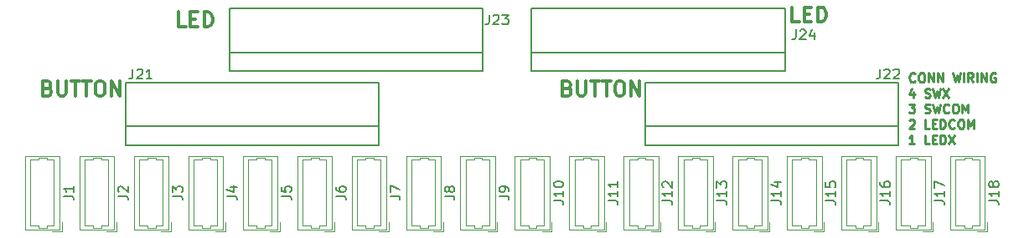
<source format=gto>
G04 #@! TF.FileFunction,Legend,Top*
%FSLAX46Y46*%
G04 Gerber Fmt 4.6, Leading zero omitted, Abs format (unit mm)*
G04 Created by KiCad (PCBNEW 4.0.7-e0-6372~58~ubuntu16.10.1) date Thu Feb  8 12:56:22 2018*
%MOMM*%
%LPD*%
G01*
G04 APERTURE LIST*
%ADD10C,0.100000*%
%ADD11C,0.225000*%
%ADD12C,0.300000*%
%ADD13C,0.120000*%
%ADD14C,0.150000*%
G04 APERTURE END LIST*
D10*
D11*
X91228571Y-8671429D02*
X91185714Y-8714286D01*
X91057143Y-8757143D01*
X90971429Y-8757143D01*
X90842857Y-8714286D01*
X90757143Y-8628571D01*
X90714286Y-8542857D01*
X90671429Y-8371429D01*
X90671429Y-8242857D01*
X90714286Y-8071429D01*
X90757143Y-7985714D01*
X90842857Y-7900000D01*
X90971429Y-7857143D01*
X91057143Y-7857143D01*
X91185714Y-7900000D01*
X91228571Y-7942857D01*
X91785714Y-7857143D02*
X91957143Y-7857143D01*
X92042857Y-7900000D01*
X92128571Y-7985714D01*
X92171429Y-8157143D01*
X92171429Y-8457143D01*
X92128571Y-8628571D01*
X92042857Y-8714286D01*
X91957143Y-8757143D01*
X91785714Y-8757143D01*
X91700000Y-8714286D01*
X91614286Y-8628571D01*
X91571429Y-8457143D01*
X91571429Y-8157143D01*
X91614286Y-7985714D01*
X91700000Y-7900000D01*
X91785714Y-7857143D01*
X92557143Y-8757143D02*
X92557143Y-7857143D01*
X93071428Y-8757143D01*
X93071428Y-7857143D01*
X93500000Y-8757143D02*
X93500000Y-7857143D01*
X94014285Y-8757143D01*
X94014285Y-7857143D01*
X95042856Y-7857143D02*
X95257142Y-8757143D01*
X95428571Y-8114286D01*
X95599999Y-8757143D01*
X95814285Y-7857143D01*
X96157142Y-8757143D02*
X96157142Y-7857143D01*
X97099998Y-8757143D02*
X96799998Y-8328571D01*
X96585713Y-8757143D02*
X96585713Y-7857143D01*
X96928570Y-7857143D01*
X97014284Y-7900000D01*
X97057141Y-7942857D01*
X97099998Y-8028571D01*
X97099998Y-8157143D01*
X97057141Y-8242857D01*
X97014284Y-8285714D01*
X96928570Y-8328571D01*
X96585713Y-8328571D01*
X97485713Y-8757143D02*
X97485713Y-7857143D01*
X97914284Y-8757143D02*
X97914284Y-7857143D01*
X98428569Y-8757143D01*
X98428569Y-7857143D01*
X99328569Y-7900000D02*
X99242855Y-7857143D01*
X99114284Y-7857143D01*
X98985712Y-7900000D01*
X98899998Y-7985714D01*
X98857141Y-8071429D01*
X98814284Y-8242857D01*
X98814284Y-8371429D01*
X98857141Y-8542857D01*
X98899998Y-8628571D01*
X98985712Y-8714286D01*
X99114284Y-8757143D01*
X99199998Y-8757143D01*
X99328569Y-8714286D01*
X99371426Y-8671429D01*
X99371426Y-8371429D01*
X99199998Y-8371429D01*
X91100000Y-9732143D02*
X91100000Y-10332143D01*
X90885714Y-9389286D02*
X90671429Y-10032143D01*
X91228571Y-10032143D01*
X92214286Y-10289286D02*
X92342857Y-10332143D01*
X92557143Y-10332143D01*
X92642857Y-10289286D01*
X92685714Y-10246429D01*
X92728571Y-10160714D01*
X92728571Y-10075000D01*
X92685714Y-9989286D01*
X92642857Y-9946429D01*
X92557143Y-9903571D01*
X92385714Y-9860714D01*
X92300000Y-9817857D01*
X92257143Y-9775000D01*
X92214286Y-9689286D01*
X92214286Y-9603571D01*
X92257143Y-9517857D01*
X92300000Y-9475000D01*
X92385714Y-9432143D01*
X92600000Y-9432143D01*
X92728571Y-9475000D01*
X93028571Y-9432143D02*
X93242857Y-10332143D01*
X93414286Y-9689286D01*
X93585714Y-10332143D01*
X93800000Y-9432143D01*
X94057142Y-9432143D02*
X94657142Y-10332143D01*
X94657142Y-9432143D02*
X94057142Y-10332143D01*
X90628571Y-11007143D02*
X91185714Y-11007143D01*
X90885714Y-11350000D01*
X91014286Y-11350000D01*
X91100000Y-11392857D01*
X91142857Y-11435714D01*
X91185714Y-11521429D01*
X91185714Y-11735714D01*
X91142857Y-11821429D01*
X91100000Y-11864286D01*
X91014286Y-11907143D01*
X90757143Y-11907143D01*
X90671429Y-11864286D01*
X90628571Y-11821429D01*
X92214286Y-11864286D02*
X92342857Y-11907143D01*
X92557143Y-11907143D01*
X92642857Y-11864286D01*
X92685714Y-11821429D01*
X92728571Y-11735714D01*
X92728571Y-11650000D01*
X92685714Y-11564286D01*
X92642857Y-11521429D01*
X92557143Y-11478571D01*
X92385714Y-11435714D01*
X92300000Y-11392857D01*
X92257143Y-11350000D01*
X92214286Y-11264286D01*
X92214286Y-11178571D01*
X92257143Y-11092857D01*
X92300000Y-11050000D01*
X92385714Y-11007143D01*
X92600000Y-11007143D01*
X92728571Y-11050000D01*
X93028571Y-11007143D02*
X93242857Y-11907143D01*
X93414286Y-11264286D01*
X93585714Y-11907143D01*
X93800000Y-11007143D01*
X94657142Y-11821429D02*
X94614285Y-11864286D01*
X94485714Y-11907143D01*
X94400000Y-11907143D01*
X94271428Y-11864286D01*
X94185714Y-11778571D01*
X94142857Y-11692857D01*
X94100000Y-11521429D01*
X94100000Y-11392857D01*
X94142857Y-11221429D01*
X94185714Y-11135714D01*
X94271428Y-11050000D01*
X94400000Y-11007143D01*
X94485714Y-11007143D01*
X94614285Y-11050000D01*
X94657142Y-11092857D01*
X95214285Y-11007143D02*
X95385714Y-11007143D01*
X95471428Y-11050000D01*
X95557142Y-11135714D01*
X95600000Y-11307143D01*
X95600000Y-11607143D01*
X95557142Y-11778571D01*
X95471428Y-11864286D01*
X95385714Y-11907143D01*
X95214285Y-11907143D01*
X95128571Y-11864286D01*
X95042857Y-11778571D01*
X95000000Y-11607143D01*
X95000000Y-11307143D01*
X95042857Y-11135714D01*
X95128571Y-11050000D01*
X95214285Y-11007143D01*
X95985714Y-11907143D02*
X95985714Y-11007143D01*
X96285714Y-11650000D01*
X96585714Y-11007143D01*
X96585714Y-11907143D01*
X90671429Y-12667857D02*
X90714286Y-12625000D01*
X90800000Y-12582143D01*
X91014286Y-12582143D01*
X91100000Y-12625000D01*
X91142857Y-12667857D01*
X91185714Y-12753571D01*
X91185714Y-12839286D01*
X91142857Y-12967857D01*
X90628571Y-13482143D01*
X91185714Y-13482143D01*
X92685714Y-13482143D02*
X92257143Y-13482143D01*
X92257143Y-12582143D01*
X92985714Y-13010714D02*
X93285714Y-13010714D01*
X93414285Y-13482143D02*
X92985714Y-13482143D01*
X92985714Y-12582143D01*
X93414285Y-12582143D01*
X93800000Y-13482143D02*
X93800000Y-12582143D01*
X94014285Y-12582143D01*
X94142857Y-12625000D01*
X94228571Y-12710714D01*
X94271428Y-12796429D01*
X94314285Y-12967857D01*
X94314285Y-13096429D01*
X94271428Y-13267857D01*
X94228571Y-13353571D01*
X94142857Y-13439286D01*
X94014285Y-13482143D01*
X93800000Y-13482143D01*
X95214285Y-13396429D02*
X95171428Y-13439286D01*
X95042857Y-13482143D01*
X94957143Y-13482143D01*
X94828571Y-13439286D01*
X94742857Y-13353571D01*
X94700000Y-13267857D01*
X94657143Y-13096429D01*
X94657143Y-12967857D01*
X94700000Y-12796429D01*
X94742857Y-12710714D01*
X94828571Y-12625000D01*
X94957143Y-12582143D01*
X95042857Y-12582143D01*
X95171428Y-12625000D01*
X95214285Y-12667857D01*
X95771428Y-12582143D02*
X95942857Y-12582143D01*
X96028571Y-12625000D01*
X96114285Y-12710714D01*
X96157143Y-12882143D01*
X96157143Y-13182143D01*
X96114285Y-13353571D01*
X96028571Y-13439286D01*
X95942857Y-13482143D01*
X95771428Y-13482143D01*
X95685714Y-13439286D01*
X95600000Y-13353571D01*
X95557143Y-13182143D01*
X95557143Y-12882143D01*
X95600000Y-12710714D01*
X95685714Y-12625000D01*
X95771428Y-12582143D01*
X96542857Y-13482143D02*
X96542857Y-12582143D01*
X96842857Y-13225000D01*
X97142857Y-12582143D01*
X97142857Y-13482143D01*
X91185714Y-15057143D02*
X90671429Y-15057143D01*
X90928571Y-15057143D02*
X90928571Y-14157143D01*
X90842857Y-14285714D01*
X90757143Y-14371429D01*
X90671429Y-14414286D01*
X92685714Y-15057143D02*
X92257143Y-15057143D01*
X92257143Y-14157143D01*
X92985714Y-14585714D02*
X93285714Y-14585714D01*
X93414285Y-15057143D02*
X92985714Y-15057143D01*
X92985714Y-14157143D01*
X93414285Y-14157143D01*
X93800000Y-15057143D02*
X93800000Y-14157143D01*
X94014285Y-14157143D01*
X94142857Y-14200000D01*
X94228571Y-14285714D01*
X94271428Y-14371429D01*
X94314285Y-14542857D01*
X94314285Y-14671429D01*
X94271428Y-14842857D01*
X94228571Y-14928571D01*
X94142857Y-15014286D01*
X94014285Y-15057143D01*
X93800000Y-15057143D01*
X94614285Y-14157143D02*
X95214285Y-15057143D01*
X95214285Y-14157143D02*
X94614285Y-15057143D01*
D12*
X3607143Y-9392857D02*
X3821429Y-9464286D01*
X3892857Y-9535714D01*
X3964286Y-9678571D01*
X3964286Y-9892857D01*
X3892857Y-10035714D01*
X3821429Y-10107143D01*
X3678571Y-10178571D01*
X3107143Y-10178571D01*
X3107143Y-8678571D01*
X3607143Y-8678571D01*
X3750000Y-8750000D01*
X3821429Y-8821429D01*
X3892857Y-8964286D01*
X3892857Y-9107143D01*
X3821429Y-9250000D01*
X3750000Y-9321429D01*
X3607143Y-9392857D01*
X3107143Y-9392857D01*
X4607143Y-8678571D02*
X4607143Y-9892857D01*
X4678571Y-10035714D01*
X4750000Y-10107143D01*
X4892857Y-10178571D01*
X5178571Y-10178571D01*
X5321429Y-10107143D01*
X5392857Y-10035714D01*
X5464286Y-9892857D01*
X5464286Y-8678571D01*
X5964286Y-8678571D02*
X6821429Y-8678571D01*
X6392858Y-10178571D02*
X6392858Y-8678571D01*
X7107143Y-8678571D02*
X7964286Y-8678571D01*
X7535715Y-10178571D02*
X7535715Y-8678571D01*
X8750000Y-8678571D02*
X9035714Y-8678571D01*
X9178572Y-8750000D01*
X9321429Y-8892857D01*
X9392857Y-9178571D01*
X9392857Y-9678571D01*
X9321429Y-9964286D01*
X9178572Y-10107143D01*
X9035714Y-10178571D01*
X8750000Y-10178571D01*
X8607143Y-10107143D01*
X8464286Y-9964286D01*
X8392857Y-9678571D01*
X8392857Y-9178571D01*
X8464286Y-8892857D01*
X8607143Y-8750000D01*
X8750000Y-8678571D01*
X10035715Y-10178571D02*
X10035715Y-8678571D01*
X10892858Y-10178571D01*
X10892858Y-8678571D01*
X56107143Y-9392857D02*
X56321429Y-9464286D01*
X56392857Y-9535714D01*
X56464286Y-9678571D01*
X56464286Y-9892857D01*
X56392857Y-10035714D01*
X56321429Y-10107143D01*
X56178571Y-10178571D01*
X55607143Y-10178571D01*
X55607143Y-8678571D01*
X56107143Y-8678571D01*
X56250000Y-8750000D01*
X56321429Y-8821429D01*
X56392857Y-8964286D01*
X56392857Y-9107143D01*
X56321429Y-9250000D01*
X56250000Y-9321429D01*
X56107143Y-9392857D01*
X55607143Y-9392857D01*
X57107143Y-8678571D02*
X57107143Y-9892857D01*
X57178571Y-10035714D01*
X57250000Y-10107143D01*
X57392857Y-10178571D01*
X57678571Y-10178571D01*
X57821429Y-10107143D01*
X57892857Y-10035714D01*
X57964286Y-9892857D01*
X57964286Y-8678571D01*
X58464286Y-8678571D02*
X59321429Y-8678571D01*
X58892858Y-10178571D02*
X58892858Y-8678571D01*
X59607143Y-8678571D02*
X60464286Y-8678571D01*
X60035715Y-10178571D02*
X60035715Y-8678571D01*
X61250000Y-8678571D02*
X61535714Y-8678571D01*
X61678572Y-8750000D01*
X61821429Y-8892857D01*
X61892857Y-9178571D01*
X61892857Y-9678571D01*
X61821429Y-9964286D01*
X61678572Y-10107143D01*
X61535714Y-10178571D01*
X61250000Y-10178571D01*
X61107143Y-10107143D01*
X60964286Y-9964286D01*
X60892857Y-9678571D01*
X60892857Y-9178571D01*
X60964286Y-8892857D01*
X61107143Y-8750000D01*
X61250000Y-8678571D01*
X62535715Y-10178571D02*
X62535715Y-8678571D01*
X63392858Y-10178571D01*
X63392858Y-8678571D01*
X79535715Y-2678571D02*
X78821429Y-2678571D01*
X78821429Y-1178571D01*
X80035715Y-1892857D02*
X80535715Y-1892857D01*
X80750001Y-2678571D02*
X80035715Y-2678571D01*
X80035715Y-1178571D01*
X80750001Y-1178571D01*
X81392858Y-2678571D02*
X81392858Y-1178571D01*
X81750001Y-1178571D01*
X81964286Y-1250000D01*
X82107144Y-1392857D01*
X82178572Y-1535714D01*
X82250001Y-1821429D01*
X82250001Y-2035714D01*
X82178572Y-2321429D01*
X82107144Y-2464286D01*
X81964286Y-2607143D01*
X81750001Y-2678571D01*
X81392858Y-2678571D01*
X17535715Y-3178571D02*
X16821429Y-3178571D01*
X16821429Y-1678571D01*
X18035715Y-2392857D02*
X18535715Y-2392857D01*
X18750001Y-3178571D02*
X18035715Y-3178571D01*
X18035715Y-1678571D01*
X18750001Y-1678571D01*
X19392858Y-3178571D02*
X19392858Y-1678571D01*
X19750001Y-1678571D01*
X19964286Y-1750000D01*
X20107144Y-1892857D01*
X20178572Y-2035714D01*
X20250001Y-2321429D01*
X20250001Y-2535714D01*
X20178572Y-2821429D01*
X20107144Y-2964286D01*
X19964286Y-3107143D01*
X19750001Y-3178571D01*
X19392858Y-3178571D01*
D13*
X1300000Y-23750000D02*
X4800000Y-23750000D01*
X4800000Y-23750000D02*
X4800000Y-16250000D01*
X4800000Y-16250000D02*
X1300000Y-16250000D01*
X1300000Y-16250000D02*
X1300000Y-23750000D01*
X4225000Y-16650000D02*
X4225000Y-23350000D01*
X4225000Y-23350000D02*
X3500000Y-23350000D01*
X3500000Y-23350000D02*
X3500000Y-23550000D01*
X2700000Y-23550000D02*
X3500000Y-23550000D01*
X2700000Y-23550000D02*
X2700000Y-23350000D01*
X2700000Y-23350000D02*
X1825000Y-23350000D01*
X1825000Y-23300000D02*
X1825000Y-16650000D01*
X4225000Y-16650000D02*
X3500000Y-16650000D01*
X3500000Y-16650000D02*
X3500000Y-16450000D01*
X3500000Y-16450000D02*
X2700000Y-16450000D01*
X2700000Y-16450000D02*
X2700000Y-16650000D01*
X2700000Y-16650000D02*
X1825000Y-16650000D01*
X5025000Y-23950000D02*
X4025000Y-23950000D01*
X5025000Y-22950000D02*
X5025000Y-23950000D01*
X6800000Y-23750000D02*
X10300000Y-23750000D01*
X10300000Y-23750000D02*
X10300000Y-16250000D01*
X10300000Y-16250000D02*
X6800000Y-16250000D01*
X6800000Y-16250000D02*
X6800000Y-23750000D01*
X9725000Y-16650000D02*
X9725000Y-23350000D01*
X9725000Y-23350000D02*
X9000000Y-23350000D01*
X9000000Y-23350000D02*
X9000000Y-23550000D01*
X8200000Y-23550000D02*
X9000000Y-23550000D01*
X8200000Y-23550000D02*
X8200000Y-23350000D01*
X8200000Y-23350000D02*
X7325000Y-23350000D01*
X7325000Y-23300000D02*
X7325000Y-16650000D01*
X9725000Y-16650000D02*
X9000000Y-16650000D01*
X9000000Y-16650000D02*
X9000000Y-16450000D01*
X9000000Y-16450000D02*
X8200000Y-16450000D01*
X8200000Y-16450000D02*
X8200000Y-16650000D01*
X8200000Y-16650000D02*
X7325000Y-16650000D01*
X10525000Y-23950000D02*
X9525000Y-23950000D01*
X10525000Y-22950000D02*
X10525000Y-23950000D01*
X12300000Y-23750000D02*
X15800000Y-23750000D01*
X15800000Y-23750000D02*
X15800000Y-16250000D01*
X15800000Y-16250000D02*
X12300000Y-16250000D01*
X12300000Y-16250000D02*
X12300000Y-23750000D01*
X15225000Y-16650000D02*
X15225000Y-23350000D01*
X15225000Y-23350000D02*
X14500000Y-23350000D01*
X14500000Y-23350000D02*
X14500000Y-23550000D01*
X13700000Y-23550000D02*
X14500000Y-23550000D01*
X13700000Y-23550000D02*
X13700000Y-23350000D01*
X13700000Y-23350000D02*
X12825000Y-23350000D01*
X12825000Y-23300000D02*
X12825000Y-16650000D01*
X15225000Y-16650000D02*
X14500000Y-16650000D01*
X14500000Y-16650000D02*
X14500000Y-16450000D01*
X14500000Y-16450000D02*
X13700000Y-16450000D01*
X13700000Y-16450000D02*
X13700000Y-16650000D01*
X13700000Y-16650000D02*
X12825000Y-16650000D01*
X16025000Y-23950000D02*
X15025000Y-23950000D01*
X16025000Y-22950000D02*
X16025000Y-23950000D01*
X17800000Y-23750000D02*
X21300000Y-23750000D01*
X21300000Y-23750000D02*
X21300000Y-16250000D01*
X21300000Y-16250000D02*
X17800000Y-16250000D01*
X17800000Y-16250000D02*
X17800000Y-23750000D01*
X20725000Y-16650000D02*
X20725000Y-23350000D01*
X20725000Y-23350000D02*
X20000000Y-23350000D01*
X20000000Y-23350000D02*
X20000000Y-23550000D01*
X19200000Y-23550000D02*
X20000000Y-23550000D01*
X19200000Y-23550000D02*
X19200000Y-23350000D01*
X19200000Y-23350000D02*
X18325000Y-23350000D01*
X18325000Y-23300000D02*
X18325000Y-16650000D01*
X20725000Y-16650000D02*
X20000000Y-16650000D01*
X20000000Y-16650000D02*
X20000000Y-16450000D01*
X20000000Y-16450000D02*
X19200000Y-16450000D01*
X19200000Y-16450000D02*
X19200000Y-16650000D01*
X19200000Y-16650000D02*
X18325000Y-16650000D01*
X21525000Y-23950000D02*
X20525000Y-23950000D01*
X21525000Y-22950000D02*
X21525000Y-23950000D01*
X23300000Y-23750000D02*
X26800000Y-23750000D01*
X26800000Y-23750000D02*
X26800000Y-16250000D01*
X26800000Y-16250000D02*
X23300000Y-16250000D01*
X23300000Y-16250000D02*
X23300000Y-23750000D01*
X26225000Y-16650000D02*
X26225000Y-23350000D01*
X26225000Y-23350000D02*
X25500000Y-23350000D01*
X25500000Y-23350000D02*
X25500000Y-23550000D01*
X24700000Y-23550000D02*
X25500000Y-23550000D01*
X24700000Y-23550000D02*
X24700000Y-23350000D01*
X24700000Y-23350000D02*
X23825000Y-23350000D01*
X23825000Y-23300000D02*
X23825000Y-16650000D01*
X26225000Y-16650000D02*
X25500000Y-16650000D01*
X25500000Y-16650000D02*
X25500000Y-16450000D01*
X25500000Y-16450000D02*
X24700000Y-16450000D01*
X24700000Y-16450000D02*
X24700000Y-16650000D01*
X24700000Y-16650000D02*
X23825000Y-16650000D01*
X27025000Y-23950000D02*
X26025000Y-23950000D01*
X27025000Y-22950000D02*
X27025000Y-23950000D01*
X28800000Y-23750000D02*
X32300000Y-23750000D01*
X32300000Y-23750000D02*
X32300000Y-16250000D01*
X32300000Y-16250000D02*
X28800000Y-16250000D01*
X28800000Y-16250000D02*
X28800000Y-23750000D01*
X31725000Y-16650000D02*
X31725000Y-23350000D01*
X31725000Y-23350000D02*
X31000000Y-23350000D01*
X31000000Y-23350000D02*
X31000000Y-23550000D01*
X30200000Y-23550000D02*
X31000000Y-23550000D01*
X30200000Y-23550000D02*
X30200000Y-23350000D01*
X30200000Y-23350000D02*
X29325000Y-23350000D01*
X29325000Y-23300000D02*
X29325000Y-16650000D01*
X31725000Y-16650000D02*
X31000000Y-16650000D01*
X31000000Y-16650000D02*
X31000000Y-16450000D01*
X31000000Y-16450000D02*
X30200000Y-16450000D01*
X30200000Y-16450000D02*
X30200000Y-16650000D01*
X30200000Y-16650000D02*
X29325000Y-16650000D01*
X32525000Y-23950000D02*
X31525000Y-23950000D01*
X32525000Y-22950000D02*
X32525000Y-23950000D01*
X34300000Y-23750000D02*
X37800000Y-23750000D01*
X37800000Y-23750000D02*
X37800000Y-16250000D01*
X37800000Y-16250000D02*
X34300000Y-16250000D01*
X34300000Y-16250000D02*
X34300000Y-23750000D01*
X37225000Y-16650000D02*
X37225000Y-23350000D01*
X37225000Y-23350000D02*
X36500000Y-23350000D01*
X36500000Y-23350000D02*
X36500000Y-23550000D01*
X35700000Y-23550000D02*
X36500000Y-23550000D01*
X35700000Y-23550000D02*
X35700000Y-23350000D01*
X35700000Y-23350000D02*
X34825000Y-23350000D01*
X34825000Y-23300000D02*
X34825000Y-16650000D01*
X37225000Y-16650000D02*
X36500000Y-16650000D01*
X36500000Y-16650000D02*
X36500000Y-16450000D01*
X36500000Y-16450000D02*
X35700000Y-16450000D01*
X35700000Y-16450000D02*
X35700000Y-16650000D01*
X35700000Y-16650000D02*
X34825000Y-16650000D01*
X38025000Y-23950000D02*
X37025000Y-23950000D01*
X38025000Y-22950000D02*
X38025000Y-23950000D01*
X39800000Y-23750000D02*
X43300000Y-23750000D01*
X43300000Y-23750000D02*
X43300000Y-16250000D01*
X43300000Y-16250000D02*
X39800000Y-16250000D01*
X39800000Y-16250000D02*
X39800000Y-23750000D01*
X42725000Y-16650000D02*
X42725000Y-23350000D01*
X42725000Y-23350000D02*
X42000000Y-23350000D01*
X42000000Y-23350000D02*
X42000000Y-23550000D01*
X41200000Y-23550000D02*
X42000000Y-23550000D01*
X41200000Y-23550000D02*
X41200000Y-23350000D01*
X41200000Y-23350000D02*
X40325000Y-23350000D01*
X40325000Y-23300000D02*
X40325000Y-16650000D01*
X42725000Y-16650000D02*
X42000000Y-16650000D01*
X42000000Y-16650000D02*
X42000000Y-16450000D01*
X42000000Y-16450000D02*
X41200000Y-16450000D01*
X41200000Y-16450000D02*
X41200000Y-16650000D01*
X41200000Y-16650000D02*
X40325000Y-16650000D01*
X43525000Y-23950000D02*
X42525000Y-23950000D01*
X43525000Y-22950000D02*
X43525000Y-23950000D01*
X45300000Y-23750000D02*
X48800000Y-23750000D01*
X48800000Y-23750000D02*
X48800000Y-16250000D01*
X48800000Y-16250000D02*
X45300000Y-16250000D01*
X45300000Y-16250000D02*
X45300000Y-23750000D01*
X48225000Y-16650000D02*
X48225000Y-23350000D01*
X48225000Y-23350000D02*
X47500000Y-23350000D01*
X47500000Y-23350000D02*
X47500000Y-23550000D01*
X46700000Y-23550000D02*
X47500000Y-23550000D01*
X46700000Y-23550000D02*
X46700000Y-23350000D01*
X46700000Y-23350000D02*
X45825000Y-23350000D01*
X45825000Y-23300000D02*
X45825000Y-16650000D01*
X48225000Y-16650000D02*
X47500000Y-16650000D01*
X47500000Y-16650000D02*
X47500000Y-16450000D01*
X47500000Y-16450000D02*
X46700000Y-16450000D01*
X46700000Y-16450000D02*
X46700000Y-16650000D01*
X46700000Y-16650000D02*
X45825000Y-16650000D01*
X49025000Y-23950000D02*
X48025000Y-23950000D01*
X49025000Y-22950000D02*
X49025000Y-23950000D01*
X50800000Y-23750000D02*
X54300000Y-23750000D01*
X54300000Y-23750000D02*
X54300000Y-16250000D01*
X54300000Y-16250000D02*
X50800000Y-16250000D01*
X50800000Y-16250000D02*
X50800000Y-23750000D01*
X53725000Y-16650000D02*
X53725000Y-23350000D01*
X53725000Y-23350000D02*
X53000000Y-23350000D01*
X53000000Y-23350000D02*
X53000000Y-23550000D01*
X52200000Y-23550000D02*
X53000000Y-23550000D01*
X52200000Y-23550000D02*
X52200000Y-23350000D01*
X52200000Y-23350000D02*
X51325000Y-23350000D01*
X51325000Y-23300000D02*
X51325000Y-16650000D01*
X53725000Y-16650000D02*
X53000000Y-16650000D01*
X53000000Y-16650000D02*
X53000000Y-16450000D01*
X53000000Y-16450000D02*
X52200000Y-16450000D01*
X52200000Y-16450000D02*
X52200000Y-16650000D01*
X52200000Y-16650000D02*
X51325000Y-16650000D01*
X54525000Y-23950000D02*
X53525000Y-23950000D01*
X54525000Y-22950000D02*
X54525000Y-23950000D01*
X56300000Y-23750000D02*
X59800000Y-23750000D01*
X59800000Y-23750000D02*
X59800000Y-16250000D01*
X59800000Y-16250000D02*
X56300000Y-16250000D01*
X56300000Y-16250000D02*
X56300000Y-23750000D01*
X59225000Y-16650000D02*
X59225000Y-23350000D01*
X59225000Y-23350000D02*
X58500000Y-23350000D01*
X58500000Y-23350000D02*
X58500000Y-23550000D01*
X57700000Y-23550000D02*
X58500000Y-23550000D01*
X57700000Y-23550000D02*
X57700000Y-23350000D01*
X57700000Y-23350000D02*
X56825000Y-23350000D01*
X56825000Y-23300000D02*
X56825000Y-16650000D01*
X59225000Y-16650000D02*
X58500000Y-16650000D01*
X58500000Y-16650000D02*
X58500000Y-16450000D01*
X58500000Y-16450000D02*
X57700000Y-16450000D01*
X57700000Y-16450000D02*
X57700000Y-16650000D01*
X57700000Y-16650000D02*
X56825000Y-16650000D01*
X60025000Y-23950000D02*
X59025000Y-23950000D01*
X60025000Y-22950000D02*
X60025000Y-23950000D01*
X61800000Y-23750000D02*
X65300000Y-23750000D01*
X65300000Y-23750000D02*
X65300000Y-16250000D01*
X65300000Y-16250000D02*
X61800000Y-16250000D01*
X61800000Y-16250000D02*
X61800000Y-23750000D01*
X64725000Y-16650000D02*
X64725000Y-23350000D01*
X64725000Y-23350000D02*
X64000000Y-23350000D01*
X64000000Y-23350000D02*
X64000000Y-23550000D01*
X63200000Y-23550000D02*
X64000000Y-23550000D01*
X63200000Y-23550000D02*
X63200000Y-23350000D01*
X63200000Y-23350000D02*
X62325000Y-23350000D01*
X62325000Y-23300000D02*
X62325000Y-16650000D01*
X64725000Y-16650000D02*
X64000000Y-16650000D01*
X64000000Y-16650000D02*
X64000000Y-16450000D01*
X64000000Y-16450000D02*
X63200000Y-16450000D01*
X63200000Y-16450000D02*
X63200000Y-16650000D01*
X63200000Y-16650000D02*
X62325000Y-16650000D01*
X65525000Y-23950000D02*
X64525000Y-23950000D01*
X65525000Y-22950000D02*
X65525000Y-23950000D01*
X67300000Y-23750000D02*
X70800000Y-23750000D01*
X70800000Y-23750000D02*
X70800000Y-16250000D01*
X70800000Y-16250000D02*
X67300000Y-16250000D01*
X67300000Y-16250000D02*
X67300000Y-23750000D01*
X70225000Y-16650000D02*
X70225000Y-23350000D01*
X70225000Y-23350000D02*
X69500000Y-23350000D01*
X69500000Y-23350000D02*
X69500000Y-23550000D01*
X68700000Y-23550000D02*
X69500000Y-23550000D01*
X68700000Y-23550000D02*
X68700000Y-23350000D01*
X68700000Y-23350000D02*
X67825000Y-23350000D01*
X67825000Y-23300000D02*
X67825000Y-16650000D01*
X70225000Y-16650000D02*
X69500000Y-16650000D01*
X69500000Y-16650000D02*
X69500000Y-16450000D01*
X69500000Y-16450000D02*
X68700000Y-16450000D01*
X68700000Y-16450000D02*
X68700000Y-16650000D01*
X68700000Y-16650000D02*
X67825000Y-16650000D01*
X71025000Y-23950000D02*
X70025000Y-23950000D01*
X71025000Y-22950000D02*
X71025000Y-23950000D01*
X72800000Y-23750000D02*
X76300000Y-23750000D01*
X76300000Y-23750000D02*
X76300000Y-16250000D01*
X76300000Y-16250000D02*
X72800000Y-16250000D01*
X72800000Y-16250000D02*
X72800000Y-23750000D01*
X75725000Y-16650000D02*
X75725000Y-23350000D01*
X75725000Y-23350000D02*
X75000000Y-23350000D01*
X75000000Y-23350000D02*
X75000000Y-23550000D01*
X74200000Y-23550000D02*
X75000000Y-23550000D01*
X74200000Y-23550000D02*
X74200000Y-23350000D01*
X74200000Y-23350000D02*
X73325000Y-23350000D01*
X73325000Y-23300000D02*
X73325000Y-16650000D01*
X75725000Y-16650000D02*
X75000000Y-16650000D01*
X75000000Y-16650000D02*
X75000000Y-16450000D01*
X75000000Y-16450000D02*
X74200000Y-16450000D01*
X74200000Y-16450000D02*
X74200000Y-16650000D01*
X74200000Y-16650000D02*
X73325000Y-16650000D01*
X76525000Y-23950000D02*
X75525000Y-23950000D01*
X76525000Y-22950000D02*
X76525000Y-23950000D01*
X78300000Y-23750000D02*
X81800000Y-23750000D01*
X81800000Y-23750000D02*
X81800000Y-16250000D01*
X81800000Y-16250000D02*
X78300000Y-16250000D01*
X78300000Y-16250000D02*
X78300000Y-23750000D01*
X81225000Y-16650000D02*
X81225000Y-23350000D01*
X81225000Y-23350000D02*
X80500000Y-23350000D01*
X80500000Y-23350000D02*
X80500000Y-23550000D01*
X79700000Y-23550000D02*
X80500000Y-23550000D01*
X79700000Y-23550000D02*
X79700000Y-23350000D01*
X79700000Y-23350000D02*
X78825000Y-23350000D01*
X78825000Y-23300000D02*
X78825000Y-16650000D01*
X81225000Y-16650000D02*
X80500000Y-16650000D01*
X80500000Y-16650000D02*
X80500000Y-16450000D01*
X80500000Y-16450000D02*
X79700000Y-16450000D01*
X79700000Y-16450000D02*
X79700000Y-16650000D01*
X79700000Y-16650000D02*
X78825000Y-16650000D01*
X82025000Y-23950000D02*
X81025000Y-23950000D01*
X82025000Y-22950000D02*
X82025000Y-23950000D01*
X83800000Y-23750000D02*
X87300000Y-23750000D01*
X87300000Y-23750000D02*
X87300000Y-16250000D01*
X87300000Y-16250000D02*
X83800000Y-16250000D01*
X83800000Y-16250000D02*
X83800000Y-23750000D01*
X86725000Y-16650000D02*
X86725000Y-23350000D01*
X86725000Y-23350000D02*
X86000000Y-23350000D01*
X86000000Y-23350000D02*
X86000000Y-23550000D01*
X85200000Y-23550000D02*
X86000000Y-23550000D01*
X85200000Y-23550000D02*
X85200000Y-23350000D01*
X85200000Y-23350000D02*
X84325000Y-23350000D01*
X84325000Y-23300000D02*
X84325000Y-16650000D01*
X86725000Y-16650000D02*
X86000000Y-16650000D01*
X86000000Y-16650000D02*
X86000000Y-16450000D01*
X86000000Y-16450000D02*
X85200000Y-16450000D01*
X85200000Y-16450000D02*
X85200000Y-16650000D01*
X85200000Y-16650000D02*
X84325000Y-16650000D01*
X87525000Y-23950000D02*
X86525000Y-23950000D01*
X87525000Y-22950000D02*
X87525000Y-23950000D01*
D14*
X27040000Y-13270000D02*
X37073000Y-13270000D01*
X37073000Y-8825000D02*
X27040000Y-8825000D01*
X27040000Y-8825000D02*
X11450000Y-8825000D01*
X27040000Y-13270000D02*
X11450000Y-13270000D01*
X27040000Y-15175000D02*
X11450000Y-15175000D01*
X37073000Y-15175000D02*
X27040000Y-15175000D01*
X37073000Y-15175000D02*
X37073000Y-8825000D01*
X11450000Y-15175000D02*
X11450000Y-8825000D01*
X79540000Y-13270000D02*
X89573000Y-13270000D01*
X89573000Y-8825000D02*
X79540000Y-8825000D01*
X79540000Y-8825000D02*
X63950000Y-8825000D01*
X79540000Y-13270000D02*
X63950000Y-13270000D01*
X79540000Y-15175000D02*
X63950000Y-15175000D01*
X89573000Y-15175000D02*
X79540000Y-15175000D01*
X89573000Y-15175000D02*
X89573000Y-8825000D01*
X63950000Y-15175000D02*
X63950000Y-8825000D01*
X37540000Y-5770000D02*
X47573000Y-5770000D01*
X47573000Y-1325000D02*
X37540000Y-1325000D01*
X37540000Y-1325000D02*
X21950000Y-1325000D01*
X37540000Y-5770000D02*
X21950000Y-5770000D01*
X37540000Y-7675000D02*
X21950000Y-7675000D01*
X47573000Y-7675000D02*
X37540000Y-7675000D01*
X47573000Y-7675000D02*
X47573000Y-1325000D01*
X21950000Y-7675000D02*
X21950000Y-1325000D01*
X68040000Y-5770000D02*
X78073000Y-5770000D01*
X78073000Y-1325000D02*
X68040000Y-1325000D01*
X68040000Y-1325000D02*
X52450000Y-1325000D01*
X68040000Y-5770000D02*
X52450000Y-5770000D01*
X68040000Y-7675000D02*
X52450000Y-7675000D01*
X78073000Y-7675000D02*
X68040000Y-7675000D01*
X78073000Y-7675000D02*
X78073000Y-1325000D01*
X52450000Y-7675000D02*
X52450000Y-1325000D01*
D13*
X89300000Y-23750000D02*
X92800000Y-23750000D01*
X92800000Y-23750000D02*
X92800000Y-16250000D01*
X92800000Y-16250000D02*
X89300000Y-16250000D01*
X89300000Y-16250000D02*
X89300000Y-23750000D01*
X92225000Y-16650000D02*
X92225000Y-23350000D01*
X92225000Y-23350000D02*
X91500000Y-23350000D01*
X91500000Y-23350000D02*
X91500000Y-23550000D01*
X90700000Y-23550000D02*
X91500000Y-23550000D01*
X90700000Y-23550000D02*
X90700000Y-23350000D01*
X90700000Y-23350000D02*
X89825000Y-23350000D01*
X89825000Y-23300000D02*
X89825000Y-16650000D01*
X92225000Y-16650000D02*
X91500000Y-16650000D01*
X91500000Y-16650000D02*
X91500000Y-16450000D01*
X91500000Y-16450000D02*
X90700000Y-16450000D01*
X90700000Y-16450000D02*
X90700000Y-16650000D01*
X90700000Y-16650000D02*
X89825000Y-16650000D01*
X93025000Y-23950000D02*
X92025000Y-23950000D01*
X93025000Y-22950000D02*
X93025000Y-23950000D01*
X94800000Y-23750000D02*
X98300000Y-23750000D01*
X98300000Y-23750000D02*
X98300000Y-16250000D01*
X98300000Y-16250000D02*
X94800000Y-16250000D01*
X94800000Y-16250000D02*
X94800000Y-23750000D01*
X97725000Y-16650000D02*
X97725000Y-23350000D01*
X97725000Y-23350000D02*
X97000000Y-23350000D01*
X97000000Y-23350000D02*
X97000000Y-23550000D01*
X96200000Y-23550000D02*
X97000000Y-23550000D01*
X96200000Y-23550000D02*
X96200000Y-23350000D01*
X96200000Y-23350000D02*
X95325000Y-23350000D01*
X95325000Y-23300000D02*
X95325000Y-16650000D01*
X97725000Y-16650000D02*
X97000000Y-16650000D01*
X97000000Y-16650000D02*
X97000000Y-16450000D01*
X97000000Y-16450000D02*
X96200000Y-16450000D01*
X96200000Y-16450000D02*
X96200000Y-16650000D01*
X96200000Y-16650000D02*
X95325000Y-16650000D01*
X98525000Y-23950000D02*
X97525000Y-23950000D01*
X98525000Y-22950000D02*
X98525000Y-23950000D01*
D14*
X5202381Y-20333333D02*
X5916667Y-20333333D01*
X6059524Y-20380953D01*
X6154762Y-20476191D01*
X6202381Y-20619048D01*
X6202381Y-20714286D01*
X6202381Y-19333333D02*
X6202381Y-19904762D01*
X6202381Y-19619048D02*
X5202381Y-19619048D01*
X5345238Y-19714286D01*
X5440476Y-19809524D01*
X5488095Y-19904762D01*
X10702381Y-20333333D02*
X11416667Y-20333333D01*
X11559524Y-20380953D01*
X11654762Y-20476191D01*
X11702381Y-20619048D01*
X11702381Y-20714286D01*
X10797619Y-19904762D02*
X10750000Y-19857143D01*
X10702381Y-19761905D01*
X10702381Y-19523809D01*
X10750000Y-19428571D01*
X10797619Y-19380952D01*
X10892857Y-19333333D01*
X10988095Y-19333333D01*
X11130952Y-19380952D01*
X11702381Y-19952381D01*
X11702381Y-19333333D01*
X16202381Y-20333333D02*
X16916667Y-20333333D01*
X17059524Y-20380953D01*
X17154762Y-20476191D01*
X17202381Y-20619048D01*
X17202381Y-20714286D01*
X16202381Y-19952381D02*
X16202381Y-19333333D01*
X16583333Y-19666667D01*
X16583333Y-19523809D01*
X16630952Y-19428571D01*
X16678571Y-19380952D01*
X16773810Y-19333333D01*
X17011905Y-19333333D01*
X17107143Y-19380952D01*
X17154762Y-19428571D01*
X17202381Y-19523809D01*
X17202381Y-19809524D01*
X17154762Y-19904762D01*
X17107143Y-19952381D01*
X21702381Y-20333333D02*
X22416667Y-20333333D01*
X22559524Y-20380953D01*
X22654762Y-20476191D01*
X22702381Y-20619048D01*
X22702381Y-20714286D01*
X22035714Y-19428571D02*
X22702381Y-19428571D01*
X21654762Y-19666667D02*
X22369048Y-19904762D01*
X22369048Y-19285714D01*
X27202381Y-20333333D02*
X27916667Y-20333333D01*
X28059524Y-20380953D01*
X28154762Y-20476191D01*
X28202381Y-20619048D01*
X28202381Y-20714286D01*
X27202381Y-19380952D02*
X27202381Y-19857143D01*
X27678571Y-19904762D01*
X27630952Y-19857143D01*
X27583333Y-19761905D01*
X27583333Y-19523809D01*
X27630952Y-19428571D01*
X27678571Y-19380952D01*
X27773810Y-19333333D01*
X28011905Y-19333333D01*
X28107143Y-19380952D01*
X28154762Y-19428571D01*
X28202381Y-19523809D01*
X28202381Y-19761905D01*
X28154762Y-19857143D01*
X28107143Y-19904762D01*
X32702381Y-20333333D02*
X33416667Y-20333333D01*
X33559524Y-20380953D01*
X33654762Y-20476191D01*
X33702381Y-20619048D01*
X33702381Y-20714286D01*
X32702381Y-19428571D02*
X32702381Y-19619048D01*
X32750000Y-19714286D01*
X32797619Y-19761905D01*
X32940476Y-19857143D01*
X33130952Y-19904762D01*
X33511905Y-19904762D01*
X33607143Y-19857143D01*
X33654762Y-19809524D01*
X33702381Y-19714286D01*
X33702381Y-19523809D01*
X33654762Y-19428571D01*
X33607143Y-19380952D01*
X33511905Y-19333333D01*
X33273810Y-19333333D01*
X33178571Y-19380952D01*
X33130952Y-19428571D01*
X33083333Y-19523809D01*
X33083333Y-19714286D01*
X33130952Y-19809524D01*
X33178571Y-19857143D01*
X33273810Y-19904762D01*
X38202381Y-20333333D02*
X38916667Y-20333333D01*
X39059524Y-20380953D01*
X39154762Y-20476191D01*
X39202381Y-20619048D01*
X39202381Y-20714286D01*
X38202381Y-19952381D02*
X38202381Y-19285714D01*
X39202381Y-19714286D01*
X43702381Y-20333333D02*
X44416667Y-20333333D01*
X44559524Y-20380953D01*
X44654762Y-20476191D01*
X44702381Y-20619048D01*
X44702381Y-20714286D01*
X44130952Y-19714286D02*
X44083333Y-19809524D01*
X44035714Y-19857143D01*
X43940476Y-19904762D01*
X43892857Y-19904762D01*
X43797619Y-19857143D01*
X43750000Y-19809524D01*
X43702381Y-19714286D01*
X43702381Y-19523809D01*
X43750000Y-19428571D01*
X43797619Y-19380952D01*
X43892857Y-19333333D01*
X43940476Y-19333333D01*
X44035714Y-19380952D01*
X44083333Y-19428571D01*
X44130952Y-19523809D01*
X44130952Y-19714286D01*
X44178571Y-19809524D01*
X44226190Y-19857143D01*
X44321429Y-19904762D01*
X44511905Y-19904762D01*
X44607143Y-19857143D01*
X44654762Y-19809524D01*
X44702381Y-19714286D01*
X44702381Y-19523809D01*
X44654762Y-19428571D01*
X44607143Y-19380952D01*
X44511905Y-19333333D01*
X44321429Y-19333333D01*
X44226190Y-19380952D01*
X44178571Y-19428571D01*
X44130952Y-19523809D01*
X49202381Y-20333333D02*
X49916667Y-20333333D01*
X50059524Y-20380953D01*
X50154762Y-20476191D01*
X50202381Y-20619048D01*
X50202381Y-20714286D01*
X50202381Y-19809524D02*
X50202381Y-19619048D01*
X50154762Y-19523809D01*
X50107143Y-19476190D01*
X49964286Y-19380952D01*
X49773810Y-19333333D01*
X49392857Y-19333333D01*
X49297619Y-19380952D01*
X49250000Y-19428571D01*
X49202381Y-19523809D01*
X49202381Y-19714286D01*
X49250000Y-19809524D01*
X49297619Y-19857143D01*
X49392857Y-19904762D01*
X49630952Y-19904762D01*
X49726190Y-19857143D01*
X49773810Y-19809524D01*
X49821429Y-19714286D01*
X49821429Y-19523809D01*
X49773810Y-19428571D01*
X49726190Y-19380952D01*
X49630952Y-19333333D01*
X54702381Y-20809523D02*
X55416667Y-20809523D01*
X55559524Y-20857143D01*
X55654762Y-20952381D01*
X55702381Y-21095238D01*
X55702381Y-21190476D01*
X55702381Y-19809523D02*
X55702381Y-20380952D01*
X55702381Y-20095238D02*
X54702381Y-20095238D01*
X54845238Y-20190476D01*
X54940476Y-20285714D01*
X54988095Y-20380952D01*
X54702381Y-19190476D02*
X54702381Y-19095237D01*
X54750000Y-18999999D01*
X54797619Y-18952380D01*
X54892857Y-18904761D01*
X55083333Y-18857142D01*
X55321429Y-18857142D01*
X55511905Y-18904761D01*
X55607143Y-18952380D01*
X55654762Y-18999999D01*
X55702381Y-19095237D01*
X55702381Y-19190476D01*
X55654762Y-19285714D01*
X55607143Y-19333333D01*
X55511905Y-19380952D01*
X55321429Y-19428571D01*
X55083333Y-19428571D01*
X54892857Y-19380952D01*
X54797619Y-19333333D01*
X54750000Y-19285714D01*
X54702381Y-19190476D01*
X60202381Y-20809523D02*
X60916667Y-20809523D01*
X61059524Y-20857143D01*
X61154762Y-20952381D01*
X61202381Y-21095238D01*
X61202381Y-21190476D01*
X61202381Y-19809523D02*
X61202381Y-20380952D01*
X61202381Y-20095238D02*
X60202381Y-20095238D01*
X60345238Y-20190476D01*
X60440476Y-20285714D01*
X60488095Y-20380952D01*
X61202381Y-18857142D02*
X61202381Y-19428571D01*
X61202381Y-19142857D02*
X60202381Y-19142857D01*
X60345238Y-19238095D01*
X60440476Y-19333333D01*
X60488095Y-19428571D01*
X65702381Y-20809523D02*
X66416667Y-20809523D01*
X66559524Y-20857143D01*
X66654762Y-20952381D01*
X66702381Y-21095238D01*
X66702381Y-21190476D01*
X66702381Y-19809523D02*
X66702381Y-20380952D01*
X66702381Y-20095238D02*
X65702381Y-20095238D01*
X65845238Y-20190476D01*
X65940476Y-20285714D01*
X65988095Y-20380952D01*
X65797619Y-19428571D02*
X65750000Y-19380952D01*
X65702381Y-19285714D01*
X65702381Y-19047618D01*
X65750000Y-18952380D01*
X65797619Y-18904761D01*
X65892857Y-18857142D01*
X65988095Y-18857142D01*
X66130952Y-18904761D01*
X66702381Y-19476190D01*
X66702381Y-18857142D01*
X71202381Y-20809523D02*
X71916667Y-20809523D01*
X72059524Y-20857143D01*
X72154762Y-20952381D01*
X72202381Y-21095238D01*
X72202381Y-21190476D01*
X72202381Y-19809523D02*
X72202381Y-20380952D01*
X72202381Y-20095238D02*
X71202381Y-20095238D01*
X71345238Y-20190476D01*
X71440476Y-20285714D01*
X71488095Y-20380952D01*
X71202381Y-19476190D02*
X71202381Y-18857142D01*
X71583333Y-19190476D01*
X71583333Y-19047618D01*
X71630952Y-18952380D01*
X71678571Y-18904761D01*
X71773810Y-18857142D01*
X72011905Y-18857142D01*
X72107143Y-18904761D01*
X72154762Y-18952380D01*
X72202381Y-19047618D01*
X72202381Y-19333333D01*
X72154762Y-19428571D01*
X72107143Y-19476190D01*
X76702381Y-20809523D02*
X77416667Y-20809523D01*
X77559524Y-20857143D01*
X77654762Y-20952381D01*
X77702381Y-21095238D01*
X77702381Y-21190476D01*
X77702381Y-19809523D02*
X77702381Y-20380952D01*
X77702381Y-20095238D02*
X76702381Y-20095238D01*
X76845238Y-20190476D01*
X76940476Y-20285714D01*
X76988095Y-20380952D01*
X77035714Y-18952380D02*
X77702381Y-18952380D01*
X76654762Y-19190476D02*
X77369048Y-19428571D01*
X77369048Y-18809523D01*
X82202381Y-20809523D02*
X82916667Y-20809523D01*
X83059524Y-20857143D01*
X83154762Y-20952381D01*
X83202381Y-21095238D01*
X83202381Y-21190476D01*
X83202381Y-19809523D02*
X83202381Y-20380952D01*
X83202381Y-20095238D02*
X82202381Y-20095238D01*
X82345238Y-20190476D01*
X82440476Y-20285714D01*
X82488095Y-20380952D01*
X82202381Y-18904761D02*
X82202381Y-19380952D01*
X82678571Y-19428571D01*
X82630952Y-19380952D01*
X82583333Y-19285714D01*
X82583333Y-19047618D01*
X82630952Y-18952380D01*
X82678571Y-18904761D01*
X82773810Y-18857142D01*
X83011905Y-18857142D01*
X83107143Y-18904761D01*
X83154762Y-18952380D01*
X83202381Y-19047618D01*
X83202381Y-19285714D01*
X83154762Y-19380952D01*
X83107143Y-19428571D01*
X87702381Y-20809523D02*
X88416667Y-20809523D01*
X88559524Y-20857143D01*
X88654762Y-20952381D01*
X88702381Y-21095238D01*
X88702381Y-21190476D01*
X88702381Y-19809523D02*
X88702381Y-20380952D01*
X88702381Y-20095238D02*
X87702381Y-20095238D01*
X87845238Y-20190476D01*
X87940476Y-20285714D01*
X87988095Y-20380952D01*
X87702381Y-18952380D02*
X87702381Y-19142857D01*
X87750000Y-19238095D01*
X87797619Y-19285714D01*
X87940476Y-19380952D01*
X88130952Y-19428571D01*
X88511905Y-19428571D01*
X88607143Y-19380952D01*
X88654762Y-19333333D01*
X88702381Y-19238095D01*
X88702381Y-19047618D01*
X88654762Y-18952380D01*
X88607143Y-18904761D01*
X88511905Y-18857142D01*
X88273810Y-18857142D01*
X88178571Y-18904761D01*
X88130952Y-18952380D01*
X88083333Y-19047618D01*
X88083333Y-19238095D01*
X88130952Y-19333333D01*
X88178571Y-19380952D01*
X88273810Y-19428571D01*
X12190477Y-7452381D02*
X12190477Y-8166667D01*
X12142857Y-8309524D01*
X12047619Y-8404762D01*
X11904762Y-8452381D01*
X11809524Y-8452381D01*
X12619048Y-7547619D02*
X12666667Y-7500000D01*
X12761905Y-7452381D01*
X13000001Y-7452381D01*
X13095239Y-7500000D01*
X13142858Y-7547619D01*
X13190477Y-7642857D01*
X13190477Y-7738095D01*
X13142858Y-7880952D01*
X12571429Y-8452381D01*
X13190477Y-8452381D01*
X14142858Y-8452381D02*
X13571429Y-8452381D01*
X13857143Y-8452381D02*
X13857143Y-7452381D01*
X13761905Y-7595238D01*
X13666667Y-7690476D01*
X13571429Y-7738095D01*
X87690477Y-7452381D02*
X87690477Y-8166667D01*
X87642857Y-8309524D01*
X87547619Y-8404762D01*
X87404762Y-8452381D01*
X87309524Y-8452381D01*
X88119048Y-7547619D02*
X88166667Y-7500000D01*
X88261905Y-7452381D01*
X88500001Y-7452381D01*
X88595239Y-7500000D01*
X88642858Y-7547619D01*
X88690477Y-7642857D01*
X88690477Y-7738095D01*
X88642858Y-7880952D01*
X88071429Y-8452381D01*
X88690477Y-8452381D01*
X89071429Y-7547619D02*
X89119048Y-7500000D01*
X89214286Y-7452381D01*
X89452382Y-7452381D01*
X89547620Y-7500000D01*
X89595239Y-7547619D01*
X89642858Y-7642857D01*
X89642858Y-7738095D01*
X89595239Y-7880952D01*
X89023810Y-8452381D01*
X89642858Y-8452381D01*
X48190477Y-1952381D02*
X48190477Y-2666667D01*
X48142857Y-2809524D01*
X48047619Y-2904762D01*
X47904762Y-2952381D01*
X47809524Y-2952381D01*
X48619048Y-2047619D02*
X48666667Y-2000000D01*
X48761905Y-1952381D01*
X49000001Y-1952381D01*
X49095239Y-2000000D01*
X49142858Y-2047619D01*
X49190477Y-2142857D01*
X49190477Y-2238095D01*
X49142858Y-2380952D01*
X48571429Y-2952381D01*
X49190477Y-2952381D01*
X49523810Y-1952381D02*
X50142858Y-1952381D01*
X49809524Y-2333333D01*
X49952382Y-2333333D01*
X50047620Y-2380952D01*
X50095239Y-2428571D01*
X50142858Y-2523810D01*
X50142858Y-2761905D01*
X50095239Y-2857143D01*
X50047620Y-2904762D01*
X49952382Y-2952381D01*
X49666667Y-2952381D01*
X49571429Y-2904762D01*
X49523810Y-2857143D01*
X79190477Y-3452381D02*
X79190477Y-4166667D01*
X79142857Y-4309524D01*
X79047619Y-4404762D01*
X78904762Y-4452381D01*
X78809524Y-4452381D01*
X79619048Y-3547619D02*
X79666667Y-3500000D01*
X79761905Y-3452381D01*
X80000001Y-3452381D01*
X80095239Y-3500000D01*
X80142858Y-3547619D01*
X80190477Y-3642857D01*
X80190477Y-3738095D01*
X80142858Y-3880952D01*
X79571429Y-4452381D01*
X80190477Y-4452381D01*
X81047620Y-3785714D02*
X81047620Y-4452381D01*
X80809524Y-3404762D02*
X80571429Y-4119048D01*
X81190477Y-4119048D01*
X93202381Y-20809523D02*
X93916667Y-20809523D01*
X94059524Y-20857143D01*
X94154762Y-20952381D01*
X94202381Y-21095238D01*
X94202381Y-21190476D01*
X94202381Y-19809523D02*
X94202381Y-20380952D01*
X94202381Y-20095238D02*
X93202381Y-20095238D01*
X93345238Y-20190476D01*
X93440476Y-20285714D01*
X93488095Y-20380952D01*
X93202381Y-19476190D02*
X93202381Y-18809523D01*
X94202381Y-19238095D01*
X98702381Y-20809523D02*
X99416667Y-20809523D01*
X99559524Y-20857143D01*
X99654762Y-20952381D01*
X99702381Y-21095238D01*
X99702381Y-21190476D01*
X99702381Y-19809523D02*
X99702381Y-20380952D01*
X99702381Y-20095238D02*
X98702381Y-20095238D01*
X98845238Y-20190476D01*
X98940476Y-20285714D01*
X98988095Y-20380952D01*
X99130952Y-19238095D02*
X99083333Y-19333333D01*
X99035714Y-19380952D01*
X98940476Y-19428571D01*
X98892857Y-19428571D01*
X98797619Y-19380952D01*
X98750000Y-19333333D01*
X98702381Y-19238095D01*
X98702381Y-19047618D01*
X98750000Y-18952380D01*
X98797619Y-18904761D01*
X98892857Y-18857142D01*
X98940476Y-18857142D01*
X99035714Y-18904761D01*
X99083333Y-18952380D01*
X99130952Y-19047618D01*
X99130952Y-19238095D01*
X99178571Y-19333333D01*
X99226190Y-19380952D01*
X99321429Y-19428571D01*
X99511905Y-19428571D01*
X99607143Y-19380952D01*
X99654762Y-19333333D01*
X99702381Y-19238095D01*
X99702381Y-19047618D01*
X99654762Y-18952380D01*
X99607143Y-18904761D01*
X99511905Y-18857142D01*
X99321429Y-18857142D01*
X99226190Y-18904761D01*
X99178571Y-18952380D01*
X99130952Y-19047618D01*
M02*

</source>
